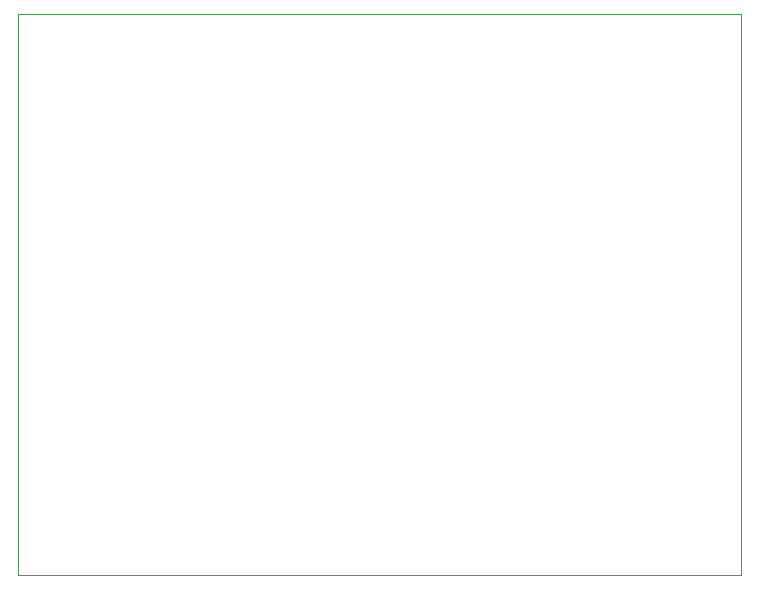
<source format=gbr>
%TF.GenerationSoftware,KiCad,Pcbnew,8.0.5*%
%TF.CreationDate,2024-12-07T09:48:31-05:00*%
%TF.ProjectId,stm32_lqfp64_test_board,73746d33-325f-46c7-9166-7036345f7465,1.1*%
%TF.SameCoordinates,Original*%
%TF.FileFunction,Profile,NP*%
%FSLAX46Y46*%
G04 Gerber Fmt 4.6, Leading zero omitted, Abs format (unit mm)*
G04 Created by KiCad (PCBNEW 8.0.5) date 2024-12-07 09:48:31*
%MOMM*%
%LPD*%
G01*
G04 APERTURE LIST*
%TA.AperFunction,Profile*%
%ADD10C,0.050000*%
%TD*%
G04 APERTURE END LIST*
D10*
X96520000Y-70612000D02*
X157734000Y-70612000D01*
X157734000Y-118110000D01*
X96520000Y-118110000D01*
X96520000Y-70612000D01*
M02*

</source>
